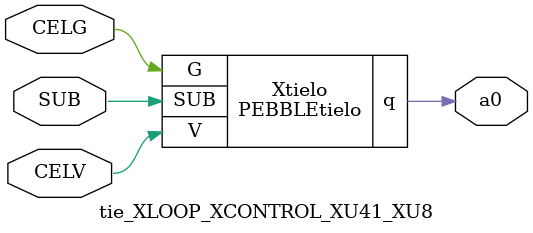
<source format=v>



module PEBBLEtielo ( q, G, SUB, V );

  input V;
  output q;
  input G;
  input SUB;
endmodule

//Celera Confidential Do Not Copy tie_XLOOP_XCONTROL_XU41_XU8
//Celera Confidential Symbol Generator
//TIE
module tie_XLOOP_XCONTROL_XU41_XU8 (CELV,CELG,a0,SUB);
input CELV;
input CELG;
output a0;
input SUB;

//Celera Confidential Do Not Copy tie
PEBBLEtielo Xtielo(
.V (CELV),
.q (a0),
.SUB (SUB),
.G (CELG)
);
//,diesize,PEBBLEtielo

//Celera Confidential Do Not Copy Module End
//Celera Schematic Generator
endmodule

</source>
